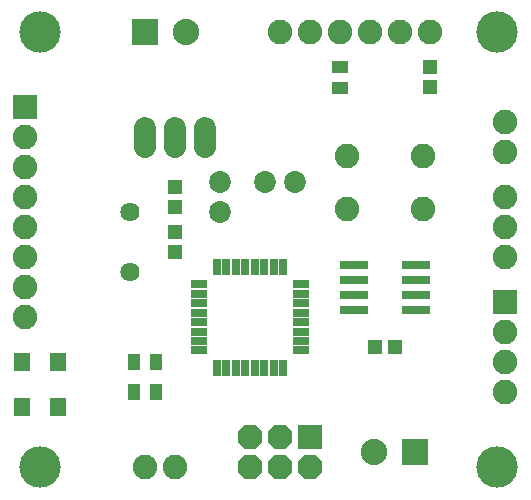
<source format=gts>
G75*
G70*
%OFA0B0*%
%FSLAX24Y24*%
%IPPOS*%
%LPD*%
%AMOC8*
5,1,8,0,0,1.08239X$1,22.5*
%
%ADD10R,0.0946X0.0316*%
%ADD11R,0.0820X0.0820*%
%ADD12OC8,0.0820*%
%ADD13C,0.0820*%
%ADD14R,0.0300X0.0580*%
%ADD15R,0.0580X0.0300*%
%ADD16R,0.0552X0.0631*%
%ADD17R,0.0880X0.0880*%
%ADD18C,0.0880*%
%ADD19R,0.0552X0.0395*%
%ADD20R,0.0395X0.0552*%
%ADD21R,0.0474X0.0513*%
%ADD22C,0.0640*%
%ADD23R,0.0513X0.0474*%
%ADD24C,0.0730*%
%ADD25C,0.1380*%
%ADD26C,0.0720*%
D10*
X012537Y006932D03*
X012537Y007432D03*
X012537Y007932D03*
X012537Y008432D03*
X014585Y008432D03*
X014585Y007932D03*
X014585Y007432D03*
X014585Y006932D03*
D11*
X017561Y007182D03*
X011061Y002682D03*
X001561Y013682D03*
D12*
X009061Y002682D03*
X010061Y002682D03*
X010061Y001682D03*
X009061Y001682D03*
X011061Y001682D03*
D13*
X006561Y001682D03*
X005561Y001682D03*
X001561Y006682D03*
X001561Y007682D03*
X001561Y008682D03*
X001561Y009682D03*
X001561Y010682D03*
X001561Y011682D03*
X001561Y012682D03*
X010061Y016182D03*
X011061Y016182D03*
X012061Y016182D03*
X013061Y016182D03*
X014061Y016182D03*
X015061Y016182D03*
X017561Y013182D03*
X017561Y012182D03*
X017561Y010682D03*
X017561Y009682D03*
X017561Y008682D03*
X017561Y006182D03*
X017561Y005182D03*
X017561Y004182D03*
X014841Y010292D03*
X014841Y012072D03*
X012281Y012072D03*
X012281Y010292D03*
D14*
X010163Y008372D03*
X009849Y008372D03*
X009534Y008372D03*
X009219Y008372D03*
X008904Y008372D03*
X008589Y008372D03*
X008274Y008372D03*
X007959Y008372D03*
X007959Y004992D03*
X008274Y004992D03*
X008589Y004992D03*
X008904Y004992D03*
X009219Y004992D03*
X009534Y004992D03*
X009849Y004992D03*
X010163Y004992D03*
D15*
X010751Y005579D03*
X010751Y005894D03*
X010751Y006209D03*
X010751Y006524D03*
X010751Y006839D03*
X010751Y007154D03*
X010751Y007469D03*
X010751Y007784D03*
X007371Y007784D03*
X007371Y007469D03*
X007371Y007154D03*
X007371Y006839D03*
X007371Y006524D03*
X007371Y006209D03*
X007371Y005894D03*
X007371Y005579D03*
D16*
X002652Y005182D03*
X001471Y005182D03*
X001471Y003682D03*
X002652Y003682D03*
D17*
X014561Y002182D03*
X005561Y016182D03*
D18*
X006939Y016182D03*
X013183Y002182D03*
D19*
X012061Y014327D03*
X012061Y015036D03*
D20*
X005915Y005182D03*
X005207Y005182D03*
X005207Y004182D03*
X005915Y004182D03*
D21*
X006561Y008847D03*
X006561Y009516D03*
X006561Y010347D03*
X006561Y011016D03*
X015061Y014347D03*
X015061Y015016D03*
D22*
X005061Y010182D03*
X005061Y008182D03*
D23*
X013226Y005682D03*
X013896Y005682D03*
D24*
X010561Y011182D03*
X009561Y011182D03*
X008061Y011182D03*
X008061Y010182D03*
D25*
X002061Y001682D03*
X017311Y001682D03*
X017311Y016182D03*
X002061Y016182D03*
D26*
X005561Y013002D02*
X005561Y012362D01*
X006561Y012362D02*
X006561Y013002D01*
X007561Y013002D02*
X007561Y012362D01*
M02*

</source>
